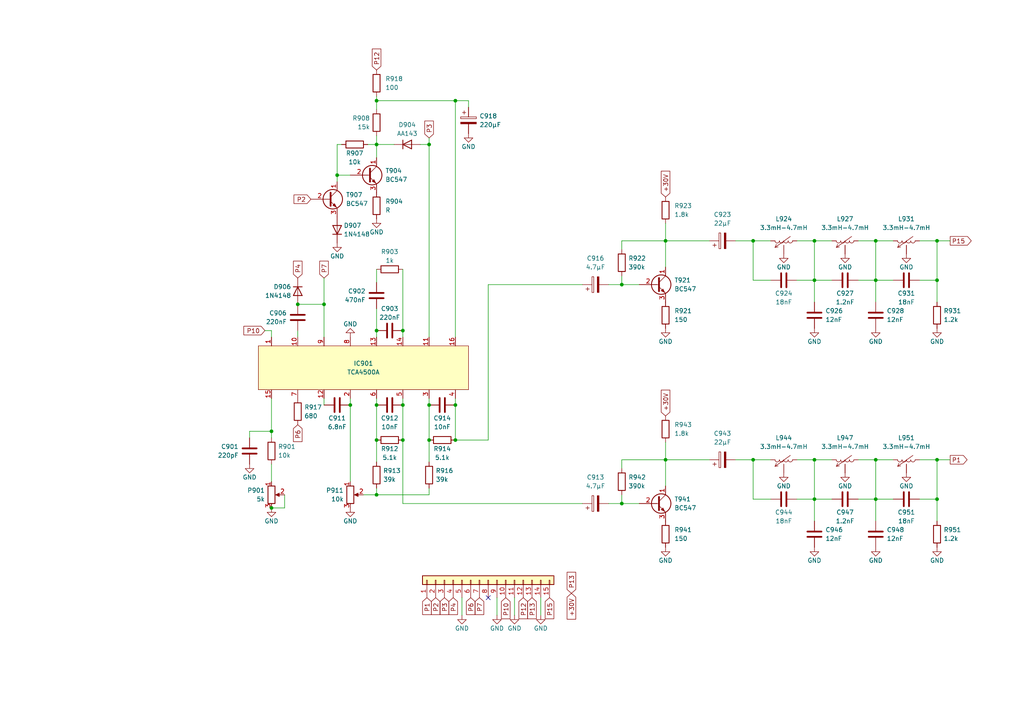
<source format=kicad_sch>
(kicad_sch (version 20211123) (generator eeschema)
  (paper "A4")
  (lib_symbols
    (symbol "Connector_Generic:Conn_01x15" (pin_names (offset 1.016) hide)
      (property "Reference" "J" (at 0 20.32 0))
      (property "Value" "Conn_01x15" (at 0 -20.32 0))
      (symbol "Conn_01x15_1_1"
        (rectangle (start -1.27 -17.653) (end 0 -17.907) (stroke (width 0.1524)))
        (rectangle (start -1.27 -15.113) (end 0 -15.367) (stroke (width 0.1524)))
        (rectangle (start -1.27 -12.573) (end 0 -12.827) (stroke (width 0.1524)))
        (rectangle (start -1.27 -10.033) (end 0 -10.287) (stroke (width 0.1524)))
        (rectangle (start -1.27 -7.493) (end 0 -7.747) (stroke (width 0.1524)))
        (rectangle (start -1.27 -4.953) (end 0 -5.207) (stroke (width 0.1524)))
        (rectangle (start -1.27 -2.413) (end 0 -2.667) (stroke (width 0.1524)))
        (rectangle (start -1.27 0.127) (end 0 -0.127) (stroke (width 0.1524)))
        (rectangle (start -1.27 2.667) (end 0 2.413) (stroke (width 0.1524)))
        (rectangle (start -1.27 5.207) (end 0 4.953) (stroke (width 0.1524)))
        (rectangle (start -1.27 7.747) (end 0 7.493) (stroke (width 0.1524)))
        (rectangle (start -1.27 10.287) (end 0 10.033) (stroke (width 0.1524)))
        (rectangle (start -1.27 12.827) (end 0 12.573) (stroke (width 0.1524)))
        (rectangle (start -1.27 15.367) (end 0 15.113) (stroke (width 0.1524)))
        (rectangle (start -1.27 17.907) (end 0 17.653) (stroke (width 0.1524)))
        (rectangle (start -1.27 19.05) (end 1.27 -19.05) (stroke (width 0.254)) (fill (type background)))
        (pin passive line (at -5.08 17.78 0) (length 3.81) (name "Pin_1") (number "1"))
        (pin passive line (at -5.08 -5.08 0) (length 3.81) (name "Pin_10") (number "10"))
        (pin passive line (at -5.08 -7.62 0) (length 3.81) (name "Pin_11") (number "11"))
        (pin passive line (at -5.08 -10.16 0) (length 3.81) (name "Pin_12") (number "12"))
        (pin passive line (at -5.08 -12.7 0) (length 3.81) (name "Pin_13") (number "13"))
        (pin passive line (at -5.08 -15.24 0) (length 3.81) (name "Pin_14") (number "14"))
        (pin passive line (at -5.08 -17.78 0) (length 3.81) (name "Pin_15") (number "15"))
        (pin passive line (at -5.08 15.24 0) (length 3.81) (name "Pin_2") (number "2"))
        (pin passive line (at -5.08 12.7 0) (length 3.81) (name "Pin_3") (number "3"))
        (pin passive line (at -5.08 10.16 0) (length 3.81) (name "Pin_4") (number "4"))
        (pin passive line (at -5.08 7.62 0) (length 3.81) (name "Pin_5") (number "5"))
        (pin passive line (at -5.08 5.08 0) (length 3.81) (name "Pin_6") (number "6"))
        (pin passive line (at -5.08 2.54 0) (length 3.81) (name "Pin_7") (number "7"))
        (pin passive line (at -5.08 0 0) (length 3.81) (name "Pin_8") (number "8"))
        (pin passive line (at -5.08 -2.54 0) (length 3.81) (name "Pin_9") (number "9"))
      )
    )
    (symbol "Device:C" (pin_numbers hide) (pin_names (offset 0.254))
      (property "Reference" "C" (at 0.635 2.54 0))
      (property "Value" "C" (at 0.635 -2.54 0))
      (symbol "C_0_1"
        (polyline (pts (xy -2.032 -0.762) (xy 2.032 -0.762)) (stroke (width 0.508)))
        (polyline (pts (xy -2.032 0.762) (xy 2.032 0.762)) (stroke (width 0.508)))
      )
      (symbol "C_1_1"
        (pin passive line (at 0 3.81 270) (length 2.794) (name "~") (number "1"))
        (pin passive line (at 0 -3.81 90) (length 2.794) (name "~") (number "2"))
      )
    )
    (symbol "Device:C_Polarized" (pin_numbers hide) (pin_names (offset 0.254))
      (property "Reference" "C" (at 0.635 2.54 0))
      (property "Value" "C_Polarized" (at 0.635 -2.54 0))
      (symbol "C_Polarized_0_1"
        (rectangle (start -2.286 0.508) (end 2.286 1.016))
        (polyline (pts (xy -1.778 2.286) (xy -0.762 2.286)))
        (polyline (pts (xy -1.27 2.794) (xy -1.27 1.778)))
        (rectangle (start 2.286 -0.508) (end -2.286 -1.016) (fill (type outline)))
      )
      (symbol "C_Polarized_1_1"
        (pin passive line (at 0 3.81 270) (length 2.794) (name "~") (number "1"))
        (pin passive line (at 0 -3.81 90) (length 2.794) (name "~") (number "2"))
      )
    )
    (symbol "Device:D" (pin_numbers hide) (pin_names (offset 1.016) hide)
      (property "Reference" "D" (at 0 2.54 0))
      (property "Value" "D" (at 0 -2.54 0))
      (symbol "D_0_1"
        (polyline (pts (xy -1.27 1.27) (xy -1.27 -1.27)) (stroke (width 0.254)))
        (polyline (pts (xy 1.27 0) (xy -1.27 0)))
        (polyline (pts (xy 1.27 1.27) (xy 1.27 -1.27) (xy -1.27 0) (xy 1.27 1.27)) (stroke (width 0.254)))
      )
      (symbol "D_1_1"
        (pin passive line (at -3.81 0 0) (length 2.54) (name "K") (number "1"))
        (pin passive line (at 3.81 0 180) (length 2.54) (name "A") (number "2"))
      )
    )
    (symbol "Device:R" (pin_numbers hide) (pin_names (offset 0))
      (property "Reference" "R" (at 2.032 0 90))
      (property "Value" "R" (at 0 0 90))
      (symbol "R_0_1"
        (rectangle (start -1.016 -2.54) (end 1.016 2.54) (stroke (width 0.254)))
      )
      (symbol "R_1_1"
        (pin passive line (at 0 3.81 270) (length 1.27) (name "~") (number "1"))
        (pin passive line (at 0 -3.81 90) (length 1.27) (name "~") (number "2"))
      )
    )
    (symbol "Device:R_Potentiometer" (pin_names (offset 1.016) hide)
      (property "Reference" "RV" (at -4.445 0 90))
      (property "Value" "R_Potentiometer" (at -2.54 0 90))
      (symbol "R_Potentiometer_0_1"
        (polyline (pts (xy 2.54 0) (xy 1.524 0)))
        (polyline (pts (xy 1.143 0) (xy 2.286 0.508) (xy 2.286 -0.508) (xy 1.143 0)) (fill (type outline)))
        (rectangle (start 1.016 2.54) (end -1.016 -2.54) (stroke (width 0.254)))
      )
      (symbol "R_Potentiometer_1_1"
        (pin passive line (at 0 3.81 270) (length 1.27) (name "1") (number "1"))
        (pin passive line (at 3.81 0 180) (length 1.27) (name "2") (number "2"))
        (pin passive line (at 0 -3.81 90) (length 1.27) (name "3") (number "3"))
      )
    )
    (symbol "Stereo-Decoder-Modul:L_Trim" (pin_numbers hide) (pin_names (offset 1.016) hide)
      (property "Reference" "L" (at -1.905 0 90))
      (property "Value" "L_Trim" (at 3.175 0 90))
      (symbol "L_Trim_0_1"
        (arc (start 0 -2.54) (mid 0.635 -1.905) (end 0 -1.27))
        (arc (start 0 -1.27) (mid 0.635 -0.635) (end 0 0))
        (polyline (pts (xy -1.27 -1.905) (xy 1.905 2.54)))
        (polyline (pts (xy 1.905 2.54) (xy 1.016 2.159)))
        (polyline (pts (xy 1.905 2.54) (xy 1.778 1.651)))
        (arc (start 0 0) (mid 0.635 0.635) (end 0 1.27))
        (arc (start 0 1.27) (mid 0.635 1.905) (end 0 2.54))
      )
      (symbol "L_Trim_1_1"
        (pin passive line (at 0 3.81 270) (length 1.27) (name "1") (number "1"))
        (pin passive line (at 0 -3.81 90) (length 1.27) (name "2") (number "2"))
        (pin input line (at 3.81 0 180) (length 2.54) (name "GND") (number "6"))
      )
    )
    (symbol "Stereo-Decoder-Modul:TCA4500A"
      (property "Reference" "U" (at 3.81 -13.97 0))
      (property "Value" "TCA4500A" (at 0 0 0))
      (symbol "TCA4500A_0_1"
        (rectangle (start -30.48 6.35) (end 30.48 -6.35) (fill (type background)))
      )
      (symbol "TCA4500A_1_1"
        (pin input line (at -26.67 8.89 270) (length 2.54) (name "") (number "1"))
        (pin input line (at -19.05 8.89 270) (length 2.54) (name "") (number "10"))
        (pin input line (at 19.05 8.89 270) (length 2.54) (name "") (number "11"))
        (pin input line (at -11.43 -8.89 90) (length 2.54) (name "") (number "12"))
        (pin input line (at 3.81 8.89 270) (length 2.54) (name "") (number "13"))
        (pin input line (at 11.43 8.89 270) (length 2.54) (name "") (number "14"))
        (pin input line (at -26.67 -8.89 90) (length 2.54) (name "") (number "15"))
        (pin input line (at 26.67 8.89 270) (length 2.54) (name "") (number "16"))
        (pin input line (at -3.81 -8.89 90) (length 2.54) (name "") (number "2"))
        (pin input line (at 19.05 -8.89 90) (length 2.54) (name "") (number "3"))
        (pin input line (at 26.67 -8.89 90) (length 2.54) (name "") (number "4"))
        (pin input line (at 11.43 -8.89 90) (length 2.54) (name "") (number "5"))
        (pin input line (at 3.81 -8.89 90) (length 2.54) (name "") (number "6"))
        (pin input line (at -19.05 -8.89 90) (length 2.54) (name "") (number "7"))
        (pin input line (at -3.81 8.89 270) (length 2.54) (name "") (number "8"))
        (pin input line (at -11.43 8.89 270) (length 2.54) (name "") (number "9"))
      )
    )
    (symbol "Transistor_BJT:BC547" (pin_names (offset 0) hide)
      (property "Reference" "Q" (at 5.08 1.905 0))
      (property "Value" "BC547" (at 5.08 0 0))
      (symbol "BC547_0_1"
        (polyline (pts (xy 0 0) (xy 0.635 0)))
        (polyline (pts (xy 0.635 0.635) (xy 2.54 2.54)))
        (polyline (pts (xy 0.635 -0.635) (xy 2.54 -2.54) (xy 2.54 -2.54)))
        (polyline (pts (xy 0.635 1.905) (xy 0.635 -1.905) (xy 0.635 -1.905)) (stroke (width 0.508)))
        (polyline (pts (xy 1.27 -1.778) (xy 1.778 -1.27) (xy 2.286 -2.286) (xy 1.27 -1.778) (xy 1.27 -1.778)) (fill (type outline)))
        (circle (center 1.27 0) (radius 2.8194) (stroke (width 0.254)))
      )
      (symbol "BC547_1_1"
        (pin passive line (at 2.54 5.08 270) (length 2.54) (name "C") (number "1"))
        (pin input line (at -5.08 0 0) (length 5.08) (name "B") (number "2"))
        (pin passive line (at 2.54 -5.08 90) (length 2.54) (name "E") (number "3"))
      )
    )
    (symbol "power:GND" (power) (pin_names (offset 0))
      (property "Value" "GND" (at 0 -3.81 0))
      (symbol "GND_0_1"
        (polyline (pts (xy 0 0) (xy 0 -1.27) (xy 1.27 -1.27) (xy 0 -2.54) (xy -1.27 -1.27) (xy 0 -1.27)))
      )
      (symbol "GND_1_1"
        (pin power_in line (at 0 0 270) (length 0) hide (name "GND") (number "1"))
      )
    )
  )
  (junction (at 109.22 41.91))
  (junction (at 236.22 81.28))
  (junction (at 180.34 82.55))
  (junction (at 109.22 127.635))
  (junction (at 124.46 117.475))
  (junction (at 193.04 69.85))
  (junction (at 116.84 117.475))
  (junction (at 271.78 81.28))
  (junction (at 109.22 143.51))
  (junction (at 254 69.85))
  (junction (at 116.84 127.635))
  (junction (at 218.44 69.85))
  (junction (at 124.46 127.635))
  (junction (at 236.22 69.85))
  (junction (at 116.84 95.885))
  (junction (at 193.04 133.35))
  (junction (at 271.78 133.35))
  (junction (at 254 81.28))
  (junction (at 78.74 125.095))
  (junction (at 218.44 133.35))
  (junction (at 132.08 29.21))
  (junction (at 109.22 95.885))
  (junction (at 236.22 133.35))
  (junction (at 271.78 144.78))
  (junction (at 180.34 146.05))
  (junction (at 109.22 29.21))
  (junction (at 97.79 50.8))
  (junction (at 236.22 144.78))
  (junction (at 254 133.35))
  (junction (at 132.08 127.635))
  (junction (at 86.36 88.265))
  (junction (at 93.98 88.265))
  (junction (at 78.74 147.32))
  (junction (at 101.6 117.475))
  (junction (at 124.46 41.91))
  (junction (at 254 144.78))
  (junction (at 132.08 117.475))
  (junction (at 109.22 117.475))
  (junction (at 271.78 69.85))
  (no_connect (at 141.605 173.355))
  (wire (pts (xy 78.74 95.885) (xy 78.74 97.79)))
  (wire (pts (xy 121.92 41.91) (xy 124.46 41.91)))
  (wire (pts (xy 248.92 133.35) (xy 254 133.35)))
  (wire (pts (xy 266.7 144.78) (xy 271.78 144.78)))
  (wire (pts (xy 236.22 133.35) (xy 241.3 133.35)))
  (wire (pts (xy 97.79 50.8) (xy 97.79 52.705)))
  (wire (pts (xy 236.22 69.85) (xy 236.22 81.28)))
  (wire (pts (xy 176.53 82.55) (xy 180.34 82.55)))
  (wire (pts (xy 72.39 125.095) (xy 78.74 125.095)))
  (wire (pts (xy 231.14 81.28) (xy 236.22 81.28)))
  (wire (pts (xy 116.84 95.885) (xy 116.84 97.79)))
  (wire (pts (xy 86.36 95.885) (xy 86.36 97.79)))
  (wire (pts (xy 106.68 41.91) (xy 109.22 41.91)))
  (wire (pts (xy 180.34 69.85) (xy 180.34 72.39)))
  (wire (pts (xy 141.605 127.635) (xy 141.605 82.55)))
  (wire (pts (xy 132.08 115.57) (xy 132.08 117.475)))
  (wire (pts (xy 236.22 81.28) (xy 236.22 87.63)))
  (wire (pts (xy 149.225 173.355) (xy 149.225 178.435)))
  (wire (pts (xy 72.39 127) (xy 72.39 125.095)))
  (wire (pts (xy 116.84 146.05) (xy 168.91 146.05)))
  (wire (pts (xy 180.34 133.35) (xy 193.04 133.35)))
  (wire (pts (xy 78.74 125.095) (xy 78.74 127)))
  (wire (pts (xy 218.44 133.35) (xy 218.44 144.78)))
  (wire (pts (xy 236.22 81.28) (xy 241.3 81.28)))
  (wire (pts (xy 109.22 41.91) (xy 109.22 45.72)))
  (wire (pts (xy 271.78 144.78) (xy 271.78 151.13)))
  (wire (pts (xy 271.78 69.85) (xy 271.78 81.28)))
  (wire (pts (xy 101.6 115.57) (xy 101.6 117.475)))
  (wire (pts (xy 105.41 143.51) (xy 109.22 143.51)))
  (wire (pts (xy 109.22 89.535) (xy 109.22 95.885)))
  (wire (pts (xy 101.6 117.475) (xy 101.6 139.7)))
  (wire (pts (xy 254 81.28) (xy 259.08 81.28)))
  (wire (pts (xy 180.34 69.85) (xy 193.04 69.85)))
  (wire (pts (xy 176.53 146.05) (xy 180.34 146.05)))
  (wire (pts (xy 97.79 50.8) (xy 97.79 41.91)))
  (wire (pts (xy 109.22 115.57) (xy 109.22 117.475)))
  (wire (pts (xy 109.22 39.37) (xy 109.22 41.91)))
  (wire (pts (xy 271.78 81.28) (xy 271.78 87.63)))
  (wire (pts (xy 124.46 97.79) (xy 124.46 41.91)))
  (wire (pts (xy 109.22 117.475) (xy 109.22 127.635)))
  (wire (pts (xy 223.52 69.85) (xy 218.44 69.85)))
  (wire (pts (xy 141.605 82.55) (xy 168.91 82.55)))
  (wire (pts (xy 124.46 40.005) (xy 124.46 41.91)))
  (wire (pts (xy 236.22 69.85) (xy 241.3 69.85)))
  (wire (pts (xy 144.145 173.355) (xy 144.145 178.435)))
  (wire (pts (xy 254 144.78) (xy 259.08 144.78)))
  (wire (pts (xy 254 69.85) (xy 259.08 69.85)))
  (wire (pts (xy 266.7 69.85) (xy 271.78 69.85)))
  (wire (pts (xy 116.84 115.57) (xy 116.84 117.475)))
  (wire (pts (xy 116.84 78.105) (xy 116.84 95.885)))
  (wire (pts (xy 193.04 133.35) (xy 205.74 133.35)))
  (wire (pts (xy 109.22 41.91) (xy 114.3 41.91)))
  (wire (pts (xy 82.55 143.51) (xy 82.55 147.32)))
  (wire (pts (xy 109.22 127.635) (xy 109.22 133.985)))
  (wire (pts (xy 271.78 69.85) (xy 275.59 69.85)))
  (wire (pts (xy 218.44 69.85) (xy 218.44 81.28)))
  (wire (pts (xy 271.78 133.35) (xy 275.59 133.35)))
  (wire (pts (xy 213.36 133.35) (xy 218.44 133.35)))
  (wire (pts (xy 93.98 88.265) (xy 93.98 97.79)))
  (wire (pts (xy 109.22 95.885) (xy 109.22 97.79)))
  (wire (pts (xy 193.04 133.35) (xy 193.04 140.97)))
  (wire (pts (xy 93.98 115.57) (xy 93.98 117.475)))
  (wire (pts (xy 231.14 133.35) (xy 236.22 133.35)))
  (wire (pts (xy 124.46 115.57) (xy 124.46 117.475)))
  (wire (pts (xy 193.04 64.77) (xy 193.04 69.85)))
  (wire (pts (xy 116.84 127.635) (xy 116.84 146.05)))
  (wire (pts (xy 97.79 41.91) (xy 99.06 41.91)))
  (wire (pts (xy 180.34 82.55) (xy 185.42 82.55)))
  (wire (pts (xy 180.34 80.01) (xy 180.34 82.55)))
  (wire (pts (xy 109.22 29.21) (xy 132.08 29.21)))
  (wire (pts (xy 93.98 80.645) (xy 93.98 88.265)))
  (wire (pts (xy 124.46 127.635) (xy 124.46 133.985)))
  (wire (pts (xy 78.74 134.62) (xy 78.74 139.7)))
  (wire (pts (xy 254 69.85) (xy 254 81.28)))
  (wire (pts (xy 231.14 69.85) (xy 236.22 69.85)))
  (wire (pts (xy 213.36 69.85) (xy 218.44 69.85)))
  (wire (pts (xy 193.04 128.27) (xy 193.04 133.35)))
  (wire (pts (xy 116.84 117.475) (xy 116.84 127.635)))
  (wire (pts (xy 218.44 133.35) (xy 223.52 133.35)))
  (wire (pts (xy 180.34 133.35) (xy 180.34 135.89)))
  (wire (pts (xy 132.08 127.635) (xy 141.605 127.635)))
  (wire (pts (xy 109.22 27.94) (xy 109.22 29.21)))
  (wire (pts (xy 180.34 143.51) (xy 180.34 146.05)))
  (wire (pts (xy 271.78 133.35) (xy 271.78 144.78)))
  (wire (pts (xy 156.845 173.355) (xy 156.845 178.435)))
  (wire (pts (xy 101.6 50.8) (xy 97.79 50.8)))
  (wire (pts (xy 223.52 81.28) (xy 218.44 81.28)))
  (wire (pts (xy 218.44 144.78) (xy 223.52 144.78)))
  (wire (pts (xy 135.89 29.21) (xy 132.08 29.21)))
  (wire (pts (xy 78.74 115.57) (xy 78.74 125.095)))
  (wire (pts (xy 231.14 144.78) (xy 236.22 144.78)))
  (wire (pts (xy 86.36 88.265) (xy 93.98 88.265)))
  (wire (pts (xy 266.7 133.35) (xy 271.78 133.35)))
  (wire (pts (xy 254 133.35) (xy 259.08 133.35)))
  (wire (pts (xy 133.985 173.355) (xy 133.985 178.435)))
  (wire (pts (xy 254 144.78) (xy 254 151.13)))
  (wire (pts (xy 124.46 141.605) (xy 124.46 143.51)))
  (wire (pts (xy 236.22 144.78) (xy 236.22 151.13)))
  (wire (pts (xy 109.22 141.605) (xy 109.22 143.51)))
  (wire (pts (xy 124.46 117.475) (xy 124.46 127.635)))
  (wire (pts (xy 132.08 117.475) (xy 132.08 127.635)))
  (wire (pts (xy 254 81.28) (xy 254 87.63)))
  (wire (pts (xy 248.92 144.78) (xy 254 144.78)))
  (wire (pts (xy 109.22 78.105) (xy 109.22 81.915)))
  (wire (pts (xy 109.22 29.21) (xy 109.22 31.75)))
  (wire (pts (xy 236.22 133.35) (xy 236.22 144.78)))
  (wire (pts (xy 82.55 147.32) (xy 78.74 147.32)))
  (wire (pts (xy 193.04 69.85) (xy 193.04 77.47)))
  (wire (pts (xy 76.835 95.885) (xy 78.74 95.885)))
  (wire (pts (xy 135.89 31.115) (xy 135.89 29.21)))
  (wire (pts (xy 236.22 144.78) (xy 241.3 144.78)))
  (wire (pts (xy 248.92 81.28) (xy 254 81.28)))
  (wire (pts (xy 193.04 69.85) (xy 205.74 69.85)))
  (wire (pts (xy 132.08 29.21) (xy 132.08 97.79)))
  (wire (pts (xy 180.34 146.05) (xy 185.42 146.05)))
  (wire (pts (xy 266.7 81.28) (xy 271.78 81.28)))
  (wire (pts (xy 254 133.35) (xy 254 144.78)))
  (wire (pts (xy 109.22 143.51) (xy 124.46 143.51)))
  (wire (pts (xy 248.92 69.85) (xy 254 69.85)))
  (global_label "P7" (shape input) (at 139.065 173.355 270) (property "Intersheet References" "${INTERSHEET_REFS}" (effects hide)))
  (global_label "P10" (shape input) (at 146.685 173.355 270) (property "Intersheet References" "${INTERSHEET_REFS}" (effects hide)))
  (global_label "P3" (shape input) (at 128.905 173.355 270) (property "Intersheet References" "${INTERSHEET_REFS}" (effects hide)))
  (global_label "P4" (shape input) (at 131.445 173.355 270) (property "Intersheet References" "${INTERSHEET_REFS}" (effects hide)))
  (global_label "P13" (shape input) (at 165.735 172.085 90) (property "Intersheet References" "${INTERSHEET_REFS}" (effects hide)))
  (global_label "P6" (shape input) (at 86.36 123.19 270) (property "Intersheet References" "${INTERSHEET_REFS}" (effects hide)))
  (global_label "P15" (shape input) (at 159.385 173.355 270) (property "Intersheet References" "${INTERSHEET_REFS}" (effects hide)))
  (global_label "P2" (shape input) (at 126.365 173.355 270) (property "Intersheet References" "${INTERSHEET_REFS}" (effects hide)))
  (global_label "P7" (shape input) (at 93.98 80.645 90) (property "Intersheet References" "${INTERSHEET_REFS}" (effects hide)))
  (global_label "+30V" (shape input) (at 165.735 172.085 270) (property "Intersheet References" "${INTERSHEET_REFS}" (effects hide)))
  (global_label "+30V" (shape input) (at 193.04 57.15 90) (property "Intersheet References" "${INTERSHEET_REFS}" (effects hide)))
  (global_label "P3" (shape input) (at 124.46 40.005 90) (property "Intersheet References" "${INTERSHEET_REFS}" (effects hide)))
  (global_label "P15" (shape output) (at 275.59 69.85 0) (property "Intersheet References" "${INTERSHEET_REFS}" (effects hide)))
  (global_label "P10" (shape input) (at 76.835 95.885 180) (property "Intersheet References" "${INTERSHEET_REFS}" (effects hide)))
  (global_label "P12" (shape input) (at 151.765 173.355 270) (property "Intersheet References" "${INTERSHEET_REFS}" (effects hide)))
  (global_label "P12" (shape input) (at 109.22 20.32 90) (property "Intersheet References" "${INTERSHEET_REFS}" (effects hide)))
  (global_label "+30V" (shape input) (at 193.04 120.65 90) (property "Intersheet References" "${INTERSHEET_REFS}" (effects hide)))
  (global_label "P1" (shape input) (at 123.825 173.355 270) (property "Intersheet References" "${INTERSHEET_REFS}" (effects hide)))
  (global_label "P6" (shape input) (at 136.525 173.355 270) (property "Intersheet References" "${INTERSHEET_REFS}" (effects hide)))
  (global_label "P13" (shape input) (at 154.305 173.355 270) (property "Intersheet References" "${INTERSHEET_REFS}" (effects hide)))
  (global_label "P4" (shape input) (at 86.36 80.645 90) (property "Intersheet References" "${INTERSHEET_REFS}" (effects hide)))
  (global_label "P1" (shape output) (at 275.59 133.35 0) (property "Intersheet References" "${INTERSHEET_REFS}" (effects hide)))
  (global_label "P2" (shape input) (at 90.17 57.785 180) (property "Intersheet References" "${INTERSHEET_REFS}" (effects hide)))
  (symbol (lib_id "Connector_Generic:Conn_01x15") (at 141.605 168.275 90) (unit 1)
    (property "Reference" "J1" (effects hide))
    (property "Value" "Conn_01x15" (effects hide))
    (property "Footprint" "Stereo-Decoder-Modul:Connector_01x15_5mm" (effects hide))
  )
  (symbol (lib_id "Device:C") (at 72.39 130.81 180) (unit 1)
    (property "Reference" "C901" (at 69.215 129.54 0) (effects (justify left)))
    (property "Value" "220pF" (at 69.215 132.08 0) (effects (justify left)))
    (property "Footprint" "Capacitor_THT:C_Rect_L7.2mm_W3.0mm_P5.00mm_FKS2_FKP2_MKS2_MKP2" (effects hide))
  )
  (symbol (lib_id "Device:R_Potentiometer") (at 78.74 143.51 0) (unit 1)
    (property "Reference" "P901" (at 76.835 142.2399 0) (effects (justify right)))
    (property "Value" "5k" (at 76.835 144.7799 0) (effects (justify right)))
    (property "Footprint" "Potentiometer_THT:Potentiometer_Piher_PT-10-H01_Horizontal" (effects hide))
  )
  (symbol (lib_id "Device:C") (at 245.11 81.28 90) (unit 1)
    (property "Reference" "C927" (at 245.11 85.09 90))
    (property "Value" "1.2nF" (at 245.11 87.63 90))
    (property "Footprint" "Capacitor_THT:C_Rect_L10.0mm_W3.0mm_P7.50mm_MKS4" (effects hide))
  )
  (symbol (lib_id "Device:C") (at 97.79 117.475 90) (unit 1)
    (property "Reference" "C911" (at 97.79 121.285 90))
    (property "Value" "6.8nF" (at 97.79 123.825 90))
    (property "Footprint" "Capacitor_THT:C_Rect_L10.0mm_W3.0mm_P7.50mm_MKS4" (effects hide))
  )
  (symbol (lib_id "power:GND") (at 78.74 147.32 0) (unit 1)
    (property "Reference" "#PWR0102" (effects hide))
    (property "Value" "GND" (at 78.74 151.13 0))
  )
  (symbol (lib_id "Device:C_Polarized") (at 172.72 82.55 90) (unit 1)
    (property "Reference" "C916" (at 172.72 74.93 90))
    (property "Value" "4.7µF" (at 172.72 77.47 90))
    (property "Footprint" "Capacitor_THT:C_Rect_L7.2mm_W7.2mm_P5.00mm_FKS2_FKP2_MKS2_MKP2" (effects hide))
  )
  (symbol (lib_id "Stereo-Decoder-Modul:L_Trim") (at 227.33 69.85 90) (mirror x) (unit 1)
    (property "Reference" "L924" (at 227.33 63.5 90))
    (property "Value" "3.3mH-4.7mH" (at 227.33 66.04 90))
    (property "Footprint" "Stereo-Decoder-Modul:Inductor_Adjustable" (effects hide))
  )
  (symbol (lib_id "Device:C_Polarized") (at 209.55 133.35 90) (unit 1)
    (property "Reference" "C943" (at 209.55 125.73 90))
    (property "Value" "22µF" (at 209.55 128.27 90))
    (property "Footprint" "Capacitor_THT:CP_Radial_D5.0mm_P2.00mm" (effects hide))
  )
  (symbol (lib_id "Device:D") (at 97.79 66.675 90) (unit 1)
    (property "Reference" "D907" (at 99.695 65.405 90) (effects (justify right)))
    (property "Value" "1N4148" (at 99.695 67.945 90) (effects (justify right)))
    (property "Footprint" "Diode_THT:D_DO-35_SOD27_P5.08mm_Vertical_AnodeUp" (effects hide))
  )
  (symbol (lib_id "power:GND") (at 149.225 178.435 0) (unit 1)
    (property "Reference" "#PWR0123" (effects hide))
    (property "Value" "GND" (at 149.225 182.245 0))
  )
  (symbol (lib_id "Transistor_BJT:BC547") (at 106.68 50.8 0) (unit 1)
    (property "Reference" "T904" (at 111.76 49.5299 0) (effects (justify left)))
    (property "Value" "BC547" (at 111.76 52.0699 0) (effects (justify left)))
    (property "Footprint" "Package_TO_SOT_THT:TO-92_Wide" (effects hide))
    (property "Datasheet" "https://www.onsemi.com/pub/Collateral/BC550-D.pdf" (effects hide))
  )
  (symbol (lib_id "Stereo-Decoder-Modul:L_Trim") (at 227.33 133.35 90) (mirror x) (unit 1)
    (property "Reference" "L944" (at 227.33 127 90))
    (property "Value" "3.3mH-4.7mH" (at 227.33 129.54 90))
    (property "Footprint" "Stereo-Decoder-Modul:Inductor_Adjustable" (effects hide))
  )
  (symbol (lib_id "Device:C_Polarized") (at 172.72 146.05 90) (unit 1)
    (property "Reference" "C913" (at 172.72 138.43 90))
    (property "Value" "4.7µF" (at 172.72 140.97 90))
    (property "Footprint" "Capacitor_THT:C_Rect_L7.2mm_W7.2mm_P5.00mm_FKS2_FKP2_MKS2_MKP2" (effects hide))
  )
  (symbol (lib_id "Device:C") (at 113.03 95.885 90) (unit 1)
    (property "Reference" "C903" (at 113.03 89.535 90))
    (property "Value" "220nF" (at 113.03 92.075 90))
    (property "Footprint" "Capacitor_THT:C_Rect_L7.2mm_W3.0mm_P5.00mm_FKS2_FKP2_MKS2_MKP2" (effects hide))
  )
  (symbol (lib_id "power:GND") (at 72.39 134.62 0) (unit 1)
    (property "Reference" "#PWR0101" (effects hide))
    (property "Value" "GND" (at 72.39 138.43 0))
  )
  (symbol (lib_id "Device:R") (at 271.78 91.44 0) (unit 1)
    (property "Reference" "R931" (at 273.685 90.17 0) (effects (justify left)))
    (property "Value" "1.2k" (at 273.685 92.71 0) (effects (justify left)))
    (property "Footprint" "Resistor_THT:R_Axial_DIN0207_L6.3mm_D2.5mm_P5.08mm_Vertical" (effects hide))
  )
  (symbol (lib_id "Transistor_BJT:BC547") (at 190.5 146.05 0) (unit 1)
    (property "Reference" "T941" (at 195.58 144.7799 0) (effects (justify left)))
    (property "Value" "BC547" (at 195.58 147.3199 0) (effects (justify left)))
    (property "Footprint" "Package_TO_SOT_THT:TO-92_Wide" (effects hide))
    (property "Datasheet" "https://www.onsemi.com/pub/Collateral/BC550-D.pdf" (effects hide))
  )
  (symbol (lib_id "Device:C") (at 262.89 81.28 90) (unit 1)
    (property "Reference" "C931" (at 262.89 85.09 90))
    (property "Value" "18nF" (at 262.89 87.63 90))
    (property "Footprint" "Capacitor_THT:C_Rect_L10.0mm_W3.0mm_P7.50mm_MKS4" (effects hide))
  )
  (symbol (lib_id "Device:C") (at 262.89 144.78 90) (unit 1)
    (property "Reference" "C951" (at 262.89 148.59 90))
    (property "Value" "18nF" (at 262.89 151.13 90))
    (property "Footprint" "Capacitor_THT:C_Rect_L10.0mm_W3.0mm_P7.50mm_MKS4" (effects hide))
  )
  (symbol (lib_id "Device:R") (at 271.78 154.94 0) (unit 1)
    (property "Reference" "R951" (at 273.685 153.67 0) (effects (justify left)))
    (property "Value" "1.2k" (at 273.685 156.21 0) (effects (justify left)))
    (property "Footprint" "Resistor_THT:R_Axial_DIN0207_L6.3mm_D2.5mm_P5.08mm_Vertical" (effects hide))
  )
  (symbol (lib_id "power:GND") (at 236.22 158.75 0) (unit 1)
    (property "Reference" "#PWR0111" (effects hide))
    (property "Value" "GND" (at 236.22 162.56 0))
  )
  (symbol (lib_id "Device:C") (at 236.22 91.44 0) (unit 1)
    (property "Reference" "C926" (at 239.395 90.17 0) (effects (justify left)))
    (property "Value" "12nF" (at 239.395 92.71 0) (effects (justify left)))
    (property "Footprint" "Capacitor_THT:C_Rect_L10.0mm_W3.0mm_P7.50mm_MKS4" (effects hide))
  )
  (symbol (lib_id "Transistor_BJT:BC547") (at 190.5 82.55 0) (unit 1)
    (property "Reference" "T921" (at 195.58 81.2799 0) (effects (justify left)))
    (property "Value" "BC547" (at 195.58 83.8199 0) (effects (justify left)))
    (property "Footprint" "Package_TO_SOT_THT:TO-92_Wide" (effects hide))
    (property "Datasheet" "https://www.onsemi.com/pub/Collateral/BC550-D.pdf" (effects hide))
  )
  (symbol (lib_id "power:GND") (at 236.22 95.25 0) (unit 1)
    (property "Reference" "#PWR0113" (effects hide))
    (property "Value" "GND" (at 236.22 99.06 0))
  )
  (symbol (lib_id "power:GND") (at 101.6 147.32 0) (unit 1)
    (property "Reference" "#PWR0103" (effects hide))
    (property "Value" "GND" (at 101.6 151.13 0))
  )
  (symbol (lib_id "Device:R_Potentiometer") (at 101.6 143.51 0) (unit 1)
    (property "Reference" "P911" (at 99.695 142.2399 0) (effects (justify right)))
    (property "Value" "10k" (at 99.695 144.7799 0) (effects (justify right)))
    (property "Footprint" "Potentiometer_THT:Potentiometer_Piher_PT-10-H01_Horizontal" (effects hide))
  )
  (symbol (lib_id "power:GND") (at 144.145 178.435 0) (unit 1)
    (property "Reference" "#PWR0124" (effects hide))
    (property "Value" "GND" (at 144.145 182.245 0))
  )
  (symbol (lib_id "Device:C") (at 236.22 154.94 0) (unit 1)
    (property "Reference" "C946" (at 239.395 153.67 0) (effects (justify left)))
    (property "Value" "12nF" (at 239.395 156.21 0) (effects (justify left)))
    (property "Footprint" "Capacitor_THT:C_Rect_L10.0mm_W3.0mm_P7.50mm_MKS4" (effects hide))
  )
  (symbol (lib_id "power:GND") (at 254 158.75 0) (unit 1)
    (property "Reference" "#PWR0110" (effects hide))
    (property "Value" "GND" (at 254 162.56 0))
  )
  (symbol (lib_id "Device:C") (at 128.27 117.475 90) (unit 1)
    (property "Reference" "C914" (at 128.27 121.285 90))
    (property "Value" "10nF" (at 128.27 123.825 90))
    (property "Footprint" "Capacitor_THT:C_Rect_L10.0mm_W3.0mm_P7.50mm_MKS4" (effects hide))
  )
  (symbol (lib_id "Device:R") (at 102.87 41.91 90) (unit 1)
    (property "Reference" "R907" (at 102.87 44.45 90))
    (property "Value" "10k" (at 102.87 46.99 90))
    (property "Footprint" "Resistor_THT:R_Axial_DIN0207_L6.3mm_D2.5mm_P5.08mm_Vertical" (effects hide))
  )
  (symbol (lib_id "Stereo-Decoder-Modul:TCA4500A") (at 105.41 106.68 0) (unit 1)
    (property "Reference" "IC901" (at 105.41 105.41 0))
    (property "Value" "TCA4500A" (at 105.41 107.95 0))
    (property "Footprint" "Package_DIP:DIP-16_W7.62mm_LongPads" (effects hide))
  )
  (symbol (lib_id "power:GND") (at 271.78 95.25 0) (unit 1)
    (property "Reference" "#PWR0115" (effects hide))
    (property "Value" "GND" (at 271.78 99.06 0))
  )
  (symbol (lib_id "Device:R") (at 193.04 91.44 180) (unit 1)
    (property "Reference" "R921" (at 195.58 90.1699 0) (effects (justify right)))
    (property "Value" "150" (at 195.58 92.7099 0) (effects (justify right)))
    (property "Footprint" "Resistor_THT:R_Axial_DIN0207_L6.3mm_D2.5mm_P5.08mm_Vertical" (effects hide))
  )
  (symbol (lib_id "power:GND") (at 193.04 158.75 0) (unit 1)
    (property "Reference" "#PWR0109" (effects hide))
    (property "Value" "GND" (at 193.04 162.56 0))
  )
  (symbol (lib_id "power:GND") (at 262.89 137.16 0) (unit 1)
    (property "Reference" "#PWR0118" (effects hide))
    (property "Value" "GND" (at 262.89 140.97 0))
  )
  (symbol (lib_id "power:GND") (at 245.11 137.16 0) (unit 1)
    (property "Reference" "#PWR0117" (effects hide))
    (property "Value" "GND" (at 245.11 140.97 0))
  )
  (symbol (lib_id "Device:R") (at 193.04 154.94 180) (unit 1)
    (property "Reference" "R941" (at 195.58 153.6699 0) (effects (justify right)))
    (property "Value" "150" (at 195.58 156.2099 0) (effects (justify right)))
    (property "Footprint" "Resistor_THT:R_Axial_DIN0207_L6.3mm_D2.5mm_P5.08mm_Vertical" (effects hide))
  )
  (symbol (lib_id "Device:R") (at 193.04 60.96 180) (unit 1)
    (property "Reference" "R923" (at 195.58 59.6899 0) (effects (justify right)))
    (property "Value" "1.8k" (at 195.58 62.2299 0) (effects (justify right)))
    (property "Footprint" "Resistor_THT:R_Axial_DIN0207_L6.3mm_D2.5mm_P5.08mm_Vertical" (effects hide))
  )
  (symbol (lib_id "Device:C") (at 227.33 144.78 90) (unit 1)
    (property "Reference" "C944" (at 227.33 148.59 90))
    (property "Value" "18nF" (at 227.33 151.13 90))
    (property "Footprint" "Capacitor_THT:C_Rect_L10.0mm_W3.0mm_P7.50mm_MKS4" (effects hide))
  )
  (symbol (lib_id "power:GND") (at 135.89 38.735 0) (unit 1)
    (property "Reference" "#PWR0104" (effects hide))
    (property "Value" "GND" (at 135.89 42.545 0))
  )
  (symbol (lib_id "power:GND") (at 156.845 178.435 0) (unit 1)
    (property "Reference" "#PWR0125" (effects hide))
    (property "Value" "GND" (at 156.845 182.245 0))
  )
  (symbol (lib_id "power:GND") (at 271.78 158.75 0) (unit 1)
    (property "Reference" "#PWR0112" (effects hide))
    (property "Value" "GND" (at 271.78 162.56 0))
  )
  (symbol (lib_id "Device:C") (at 109.22 85.725 0) (unit 1)
    (property "Reference" "C902" (at 106.045 84.455 0) (effects (justify right)))
    (property "Value" "470nF" (at 106.045 86.995 0) (effects (justify right)))
    (property "Footprint" "Capacitor_THT:C_Rect_L7.2mm_W3.0mm_P5.00mm_FKS2_FKP2_MKS2_MKP2" (effects hide))
  )
  (symbol (lib_id "Stereo-Decoder-Modul:L_Trim") (at 262.89 133.35 90) (mirror x) (unit 1)
    (property "Reference" "L951" (at 262.89 127 90))
    (property "Value" "3.3mH-4.7mH" (at 262.89 129.54 90))
    (property "Footprint" "Stereo-Decoder-Modul:Inductor_Adjustable" (effects hide))
  )
  (symbol (lib_id "Device:C") (at 113.03 117.475 270) (unit 1)
    (property "Reference" "C912" (at 113.03 121.285 90))
    (property "Value" "10nF" (at 113.03 123.825 90))
    (property "Footprint" "Capacitor_THT:C_Rect_L10.0mm_W3.0mm_P7.50mm_MKS4" (effects hide))
  )
  (symbol (lib_id "Device:C_Polarized") (at 209.55 69.85 90) (unit 1)
    (property "Reference" "C923" (at 209.55 62.23 90))
    (property "Value" "22µF" (at 209.55 64.77 90))
    (property "Footprint" "Capacitor_THT:CP_Radial_D5.0mm_P2.00mm" (effects hide))
  )
  (symbol (lib_id "Transistor_BJT:BC547") (at 95.25 57.785 0) (unit 1)
    (property "Reference" "T907" (at 100.33 56.5149 0) (effects (justify left)))
    (property "Value" "BC547" (at 100.33 59.0549 0) (effects (justify left)))
    (property "Footprint" "Package_TO_SOT_THT:TO-92_Wide" (effects hide))
    (property "Datasheet" "https://www.onsemi.com/pub/Collateral/BC550-D.pdf" (effects hide))
  )
  (symbol (lib_id "Device:R") (at 78.74 130.81 0) (unit 1)
    (property "Reference" "R901" (at 80.645 129.54 0) (effects (justify left)))
    (property "Value" "10k" (at 80.645 132.08 0) (effects (justify left)))
    (property "Footprint" "Resistor_THT:R_Axial_DIN0207_L6.3mm_D2.5mm_P5.08mm_Vertical" (effects hide))
  )
  (symbol (lib_id "Stereo-Decoder-Modul:L_Trim") (at 245.11 69.85 90) (mirror x) (unit 1)
    (property "Reference" "L927" (at 245.11 63.5 90))
    (property "Value" "3.3mH-4.7mH" (at 245.11 66.04 90))
    (property "Footprint" "Stereo-Decoder-Modul:Inductor_Adjustable" (effects hide))
  )
  (symbol (lib_id "Device:D") (at 86.36 84.455 270) (unit 1)
    (property "Reference" "D906" (at 84.455 83.185 90) (effects (justify right)))
    (property "Value" "1N4148" (at 84.455 85.725 90) (effects (justify right)))
    (property "Footprint" "Diode_THT:D_DO-35_SOD27_P5.08mm_Vertical_AnodeUp" (effects hide))
  )
  (symbol (lib_id "power:GND") (at 193.04 95.25 0) (unit 1)
    (property "Reference" "#PWR0108" (effects hide))
    (property "Value" "GND" (at 193.04 99.06 0))
  )
  (symbol (lib_id "Device:D") (at 118.11 41.91 0) (unit 1)
    (property "Reference" "D904" (at 118.11 36.195 0))
    (property "Value" "AA143" (at 118.11 38.735 0))
    (property "Footprint" "Diode_THT:D_DO-35_SOD27_P5.08mm_Vertical_AnodeUp" (effects hide))
  )
  (symbol (lib_id "Device:C") (at 245.11 144.78 90) (unit 1)
    (property "Reference" "C947" (at 245.11 148.59 90))
    (property "Value" "1.2nF" (at 245.11 151.13 90))
    (property "Footprint" "Capacitor_THT:C_Rect_L10.0mm_W3.0mm_P7.50mm_MKS4" (effects hide))
  )
  (symbol (lib_id "power:GND") (at 245.11 73.66 0) (unit 1)
    (property "Reference" "#PWR0119" (effects hide))
    (property "Value" "GND" (at 245.11 77.47 0))
  )
  (symbol (lib_id "Device:R") (at 124.46 137.795 0) (unit 1)
    (property "Reference" "R916" (at 126.365 136.525 0) (effects (justify left)))
    (property "Value" "39k" (at 126.365 139.065 0) (effects (justify left)))
    (property "Footprint" "Resistor_THT:R_Axial_DIN0207_L6.3mm_D2.5mm_P5.08mm_Vertical" (effects hide))
  )
  (symbol (lib_id "power:GND") (at 109.22 63.5 0) (unit 1)
    (property "Reference" "#PWR0107" (effects hide))
    (property "Value" "GND" (at 109.22 67.31 0))
  )
  (symbol (lib_id "Device:R") (at 86.36 119.38 180) (unit 1)
    (property "Reference" "R917" (at 88.265 118.11 0) (effects (justify right)))
    (property "Value" "680" (at 88.265 120.65 0) (effects (justify right)))
    (property "Footprint" "Resistor_THT:R_Axial_DIN0207_L6.3mm_D2.5mm_P5.08mm_Vertical" (effects hide))
  )
  (symbol (lib_id "Device:C_Polarized") (at 135.89 34.925 0) (unit 1)
    (property "Reference" "C918" (at 139.065 33.655 0) (effects (justify left)))
    (property "Value" "220µF" (at 139.065 36.195 0) (effects (justify left)))
    (property "Footprint" "Capacitor_THT:CP_Radial_D8.0mm_P3.50mm" (effects hide))
  )
  (symbol (lib_id "power:GND") (at 227.33 73.66 0) (unit 1)
    (property "Reference" "#PWR0122" (effects hide))
    (property "Value" "GND" (at 227.33 77.47 0))
  )
  (symbol (lib_id "Device:R") (at 193.04 124.46 180) (unit 1)
    (property "Reference" "R943" (at 195.58 123.1899 0) (effects (justify right)))
    (property "Value" "1.8k" (at 195.58 125.7299 0) (effects (justify right)))
    (property "Footprint" "Resistor_THT:R_Axial_DIN0207_L6.3mm_D2.5mm_P5.08mm_Vertical" (effects hide))
  )
  (symbol (lib_id "Stereo-Decoder-Modul:L_Trim") (at 262.89 69.85 90) (mirror x) (unit 1)
    (property "Reference" "L931" (at 262.89 63.5 90))
    (property "Value" "3.3mH-4.7mH" (at 262.89 66.04 90))
    (property "Footprint" "Stereo-Decoder-Modul:Inductor_Adjustable" (effects hide))
  )
  (symbol (lib_id "power:GND") (at 133.985 178.435 0) (unit 1)
    (property "Reference" "#PWR0116" (effects hide))
    (property "Value" "GND" (at 133.985 182.245 0))
  )
  (symbol (lib_id "Device:C") (at 86.36 92.075 0) (unit 1)
    (property "Reference" "C906" (at 83.185 90.805 0) (effects (justify right)))
    (property "Value" "220nF" (at 83.185 93.345 0) (effects (justify right)))
    (property "Footprint" "Capacitor_THT:C_Rect_L7.2mm_W3.0mm_P5.00mm_FKS2_FKP2_MKS2_MKP2" (effects hide))
  )
  (symbol (lib_id "power:GND") (at 262.89 73.66 0) (unit 1)
    (property "Reference" "#PWR0120" (effects hide))
    (property "Value" "GND" (at 262.89 77.47 0))
  )
  (symbol (lib_id "Device:R") (at 128.27 127.635 270) (unit 1)
    (property "Reference" "R914" (at 128.27 130.175 90))
    (property "Value" "5.1k" (at 128.27 132.715 90))
    (property "Footprint" "Resistor_THT:R_Axial_DIN0207_L6.3mm_D2.5mm_P2.54mm_Vertical" (effects hide))
  )
  (symbol (lib_id "Device:C") (at 227.33 81.28 90) (unit 1)
    (property "Reference" "C924" (at 227.33 85.09 90))
    (property "Value" "18nF" (at 227.33 87.63 90))
    (property "Footprint" "Capacitor_THT:C_Rect_L10.0mm_W3.0mm_P7.50mm_MKS4" (effects hide))
  )
  (symbol (lib_id "power:GND") (at 97.79 70.485 0) (unit 1)
    (property "Reference" "#PWR0105" (effects hide))
    (property "Value" "GND" (at 97.79 74.295 0))
  )
  (symbol (lib_id "Device:R") (at 109.22 35.56 180) (unit 1)
    (property "Reference" "R908" (at 107.315 34.29 0) (effects (justify left)))
    (property "Value" "15k" (at 107.315 36.83 0) (effects (justify left)))
    (property "Footprint" "Resistor_THT:R_Axial_DIN0207_L6.3mm_D2.5mm_P5.08mm_Vertical" (effects hide))
  )
  (symbol (lib_id "power:GND") (at 227.33 137.16 0) (unit 1)
    (property "Reference" "#PWR0121" (effects hide))
    (property "Value" "GND" (at 227.33 140.97 0))
  )
  (symbol (lib_id "Device:R") (at 109.22 59.69 0) (unit 1)
    (property "Reference" "R904" (at 111.76 58.4199 0) (effects (justify left)))
    (property "Value" "R" (at 111.76 60.9599 0) (effects (justify left)))
    (property "Footprint" "Resistor_THT:R_Axial_DIN0207_L6.3mm_D2.5mm_P5.08mm_Vertical" (effects hide))
  )
  (symbol (lib_id "Device:R") (at 113.03 127.635 90) (mirror x) (unit 1)
    (property "Reference" "R912" (at 113.03 130.175 90))
    (property "Value" "5.1k" (at 113.03 132.715 90))
    (property "Footprint" "Resistor_THT:R_Axial_DIN0207_L6.3mm_D2.5mm_P2.54mm_Vertical" (effects hide))
  )
  (symbol (lib_id "Device:C") (at 254 91.44 0) (unit 1)
    (property "Reference" "C928" (at 257.175 90.17 0) (effects (justify left)))
    (property "Value" "12nF" (at 257.175 92.71 0) (effects (justify left)))
    (property "Footprint" "Capacitor_THT:C_Rect_L10.0mm_W3.0mm_P7.50mm_MKS4" (effects hide))
  )
  (symbol (lib_id "Device:R") (at 180.34 76.2 180) (unit 1)
    (property "Reference" "R922" (at 182.245 74.93 0) (effects (justify right)))
    (property "Value" "390k" (at 182.245 77.47 0) (effects (justify right)))
    (property "Footprint" "Resistor_THT:R_Axial_DIN0207_L6.3mm_D2.5mm_P5.08mm_Vertical" (effects hide))
  )
  (symbol (lib_id "power:GND") (at 254 95.25 0) (unit 1)
    (property "Reference" "#PWR0114" (effects hide))
    (property "Value" "GND" (at 254 99.06 0))
  )
  (symbol (lib_id "Device:C") (at 254 154.94 0) (unit 1)
    (property "Reference" "C948" (at 257.175 153.67 0) (effects (justify left)))
    (property "Value" "12nF" (at 257.175 156.21 0) (effects (justify left)))
    (property "Footprint" "Capacitor_THT:C_Rect_L10.0mm_W3.0mm_P7.50mm_MKS4" (effects hide))
  )
  (symbol (lib_id "Stereo-Decoder-Modul:L_Trim") (at 245.11 133.35 90) (mirror x) (unit 1)
    (property "Reference" "L947" (at 245.11 127 90))
    (property "Value" "3.3mH-4.7mH" (at 245.11 129.54 90))
    (property "Footprint" "Stereo-Decoder-Modul:Inductor_Adjustable" (effects hide))
  )
  (symbol (lib_id "Device:R") (at 109.22 137.795 0) (unit 1)
    (property "Reference" "R913" (at 111.125 136.525 0) (effects (justify left)))
    (property "Value" "39k" (at 111.125 139.065 0) (effects (justify left)))
    (property "Footprint" "Resistor_THT:R_Axial_DIN0207_L6.3mm_D2.5mm_P5.08mm_Vertical" (effects hide))
  )
  (symbol (lib_id "power:GND") (at 101.6 97.79 180) (unit 1)
    (property "Reference" "#PWR0106" (effects hide))
    (property "Value" "GND" (at 101.6 93.98 0))
  )
  (symbol (lib_id "Device:R") (at 113.03 78.105 90) (unit 1)
    (property "Reference" "R903" (at 113.03 73.025 90))
    (property "Value" "1k" (at 113.03 75.565 90))
    (property "Footprint" "Resistor_THT:R_Axial_DIN0207_L6.3mm_D2.5mm_P5.08mm_Vertical" (effects hide))
  )
  (symbol (lib_id "Device:R") (at 109.22 24.13 0) (unit 1)
    (property "Reference" "R918" (at 111.76 22.8599 0) (effects (justify left)))
    (property "Value" "100" (at 111.76 25.3999 0) (effects (justify left)))
    (property "Footprint" "Resistor_THT:R_Axial_DIN0207_L6.3mm_D2.5mm_P5.08mm_Vertical" (effects hide))
  )
  (symbol (lib_id "Device:R") (at 180.34 139.7 0) (mirror y) (unit 1)
    (property "Reference" "R942" (at 182.245 138.43 0) (effects (justify right)))
    (property "Value" "390k" (at 182.245 140.97 0) (effects (justify right)))
    (property "Footprint" "Resistor_THT:R_Axial_DIN0207_L6.3mm_D2.5mm_P5.08mm_Vertical" (effects hide))
  )
)
</source>
